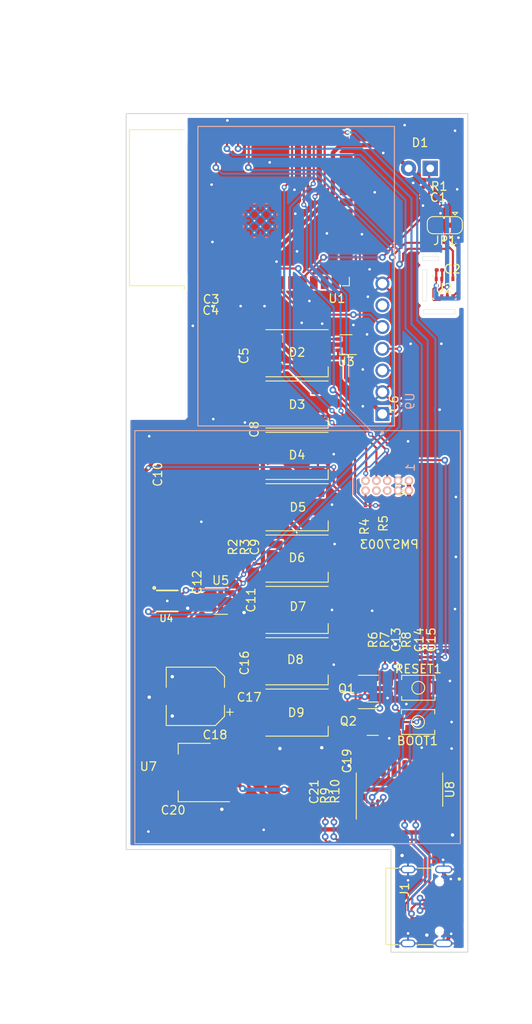
<source format=kicad_pcb>
(kicad_pcb (version 20221018) (generator pcbnew)
  (layers (0 "F.Cu" signal "Front") (31 "B.Cu" signal "Back") (34 "B.Paste" user) (35 "F.Paste" user) (36 "B.SilkS" user "B.Silkscreen") (37 "F.SilkS" user "F.Silkscreen") (38 "B.Mask" user) (39 "F.Mask" user) (44 "Edge.Cuts" user))
  (net 0 "")
  (net 1 "Net-(Q1-B)")
  (net 2 "Net-(Q1-E)")
  (net 3 "ESP_EN")
  (net 4 "Net-(Q2-B)")
  (net 5 "Net-(Q2-E)")
  (net 6 "ESP_IO0")
  (net 7 "GND")
  (net 8 "ESP_RX")
  (net 9 "ESP_TX")
  (net 10 "+3V3")
  (net 11 "/D+")
  (net 12 "/D-")
  (net 13 "VBUS")
  (net 14 "SCD30_RDY")
  (net 15 "SDA")
  (net 16 "SCL")
  (net 17 "+1V8")
  (net 18 "Net-(JP1-C)")
  (net 19 "PMS_SET")
  (net 20 "PMS_TX")
  (net 21 "PMS_RX")
  (net 22 "PMS_RESET")
  (net 23 "Net-(D2-DOUT)")
  (net 24 "WS_DIN")
  (net 25 "Net-(D3-DOUT)")
  (net 26 "Net-(D4-DOUT)")
  (net 27 "Net-(D5-DOUT)")
  (net 28 "Net-(D6-DOUT)")
  (net 29 "Net-(D7-DOUT)")
  (net 30 "Net-(D8-DOUT)")
  (net 32 "Iluminance")
  (net 33 "Net-(D2-DIN)")
  (net 34 "Net-(J1-CC1)")
  (net 36 "Net-(J1-CC2)")
  (footprint "Capacitor_SMD:C_0201_0603Metric" (layer "F.Cu") (at 101.7 109.18 90)
    (fp_text reference "C15")
    (fp_text value "100nF")
  )
  (footprint "Resistor_SMD:R_0201_0603Metric" (layer "F.Cu") (at 96.3 109.18 90)
    (fp_text reference "R7")
    (fp_text value "10K")
  )
  (footprint "Capacitor_SMD:C_0201_0603Metric" (layer "F.Cu") (at 74.26 68.8 180)
    (fp_text reference "C4")
    (fp_text value "22uF")
  )
  (footprint "Jumper:SolderJumper-3_P1.3mm_Bridged12_RoundedPad1.0x1.5mm" (layer "F.Cu") (at 103.3 59.0425 180)
    (fp_text reference "JP1")
    (fp_text value "SolderJumper_3_Bridged12")
  )
  (footprint "Resistor_SMD:R_0201_0603Metric" (layer "F.Cu") (at 94.9 109.18 -90)
    (fp_text reference "R6")
    (fp_text value "10K")
  )
  (footprint "LED_SMD:LED_WS2812B_PLCC4_5.0x5.0mm_P3.2mm" (layer "F.Cu") (at 86 92)
    (fp_text reference "D5")
    (fp_text value "WS2812B")
  )
  (footprint "Capacitor_SMD:C_0201_0603Metric" (layer "F.Cu") (at 97.5 109.2 90)
    (fp_text reference "C13")
    (fp_text value "100nF")
  )
  (footprint "Resistor_SMD:R_0201_0603Metric" (layer "F.Cu") (at 78.5 98.355 -90)
    (fp_text reference "R2")
    (fp_text value "10K")
  )
  (footprint "LED_SMD:LED_WS2812B_PLCC4_5.0x5.0mm_P3.2mm" (layer "F.Cu") (at 86 110)
    (fp_text reference "D8")
    (fp_text value "WS2812B")
  )
  (footprint "Capacitor_SMD:C_0201_0603Metric" (layer "F.Cu") (at 68.6 102.5 -90)
    (fp_text reference "C10")
    (fp_text value "100nF")
  )
  (footprint "Package_TO_SOT_SMD:SOT-353_SC-70-5" (layer "F.Cu") (at 91.75 73 180)
    (fp_text reference "U3")
    (fp_text value "SN74LV1T34DCK")
  )
  (footprint "LED_SMD:LED_WS2812B_PLCC4_5.0x5.0mm_P3.2mm" (layer "F.Cu") (at 86 98)
    (fp_text reference "D6")
    (fp_text value "WS2812B")
  )
  (footprint "Capacitor_SMD:C_0201_0603Metric" (layer "F.Cu") (at 80.9 110.2 90)
    (fp_text reference "C16")
    (fp_text value "22µF")
  )
  (footprint "Capacitor_SMD:C_0201_0603Metric" (layer "F.Cu") (at 81 98.3 90)
    (fp_text reference "C9")
    (fp_text value "22µF")
  )
  (footprint "Capacitor_SMD:C_0201_0603Metric" (layer "F.Cu") (at 101.1 55.7 180)
    (fp_text reference "C1")
    (fp_text value "100nF")
  )
  (footprint "LED_SMD:LED_WS2812B_PLCC4_5.0x5.0mm_P3.2mm" (layer "F.Cu") (at 86 104)
    (fp_text reference "D7")
    (fp_text value "WS2812B")
  )
  (footprint "Capacitor_SMD:C_0201_0603Metric" (layer "F.Cu") (at 97.9 92.1 90)
    (fp_text reference "C7")
    (fp_text value "22uF")
  )
  (footprint "Capacitor_SMD:C_0201_0603Metric" (layer "F.Cu") (at 79.5625 102.85 -90)
    (fp_text reference "C11")
    (fp_text value "1uF")
  )
  (footprint "Capacitor_SMD:C_0201_0603Metric" (layer "F.Cu") (at 98.4 79.9 90)
    (fp_text reference "C6")
    (fp_text value "22µF")
  )
  (footprint "Capacitor_SMD:C_0201_0603Metric" (layer "F.Cu") (at 81 85.2 -90)
    (fp_text reference "C8")
    (fp_text value "22µF")
  )
  (footprint "Package_TO_SOT_SMD:SOT-23-5" (layer "F.Cu") (at 77.0625 102.95)
    (fp_text reference "U5")
    (fp_text value "TLV70218_SOT23-5")
  )
  (footprint "Package_TO_SOT_SMD:SOT-23" (layer "F.Cu") (at 94.8625 113.2)
    (fp_text reference "Q1")
    (fp_text value "BC817")
  )
  (footprint "Resistor_SMD:R_0201_0603Metric" (layer "F.Cu") (at 101.1 54.6 180)
    (fp_text reference "R1")
    (fp_text value "10K")
  )
  (footprint "Resistor_SMD:R_0201_0603Metric" (layer "F.Cu") (at 98.8 109.2 90)
    (fp_text reference "R8")
    (fp_text value "10K")
  )
  (footprint "Resistor_SMD:R_0201_0603Metric" (layer "F.Cu") (at 79.7 98.355 -90)
    (fp_text reference "R3")
    (fp_text value "10K")
  )
  (footprint "Capacitor_SMD:C_0201_0603Metric" (layer "F.Cu") (at 74 103 180)
    (fp_text reference "C12")
    (fp_text value "1uF")
  )
  (footprint "Capacitor_SMD:C_0201_0603Metric" (layer "F.Cu") (at 74.245 118.6 180)
    (fp_text reference "C18")
    (fp_text value "22µF")
  )
  (footprint "LED_SMD:LED_WS2812B_PLCC4_5.0x5.0mm_P3.2mm" (layer "F.Cu") (at 86 80)
    (fp_text reference "D3")
    (fp_text value "WS2812B")
  )
  (footprint "Capacitor_SMD:C_0201_0603Metric" (layer "F.Cu") (at 74 127.3)
    (fp_text reference "C20")
    (fp_text value "22µF")
  )
  (footprint "Package_TO_SOT_SMD:SOT-23" (layer "F.Cu") (at 94.8625 117.1)
    (fp_text reference "Q2")
    (fp_text value "BC817")
  )
  (footprint "Capacitor_SMD:C_0201_0603Metric" (layer "F.Cu") (at 88 127.6 90)
    (fp_text reference "C21")
    (fp_text value "22uF")
  )
  (footprint "LED_SMD:LED_WS2812B_PLCC4_5.0x5.0mm_P3.2mm" (layer "F.Cu") (at 86 74)
    (fp_text reference "D2")
    (fp_text value "WS2812B")
  )
  (footprint "Capacitor_SMD:CP_Elec_6.3x5.4" (layer "F.Cu") (at 74.1 114.1 180)
    (fp_text reference "C17")
    (fp_text value "C_Polarized")
  )
  (footprint "symbols:GT-TC029B-H025-L1N" (layer "F.Cu") (at 100.2 113.1 180)
    (fp_text reference "RESET1")
    (fp_text value "SW_Push" hide)
  )
  (footprint "Capacitor_SMD:C_0201_0603Metric" (layer "F.Cu") (at 74.3 67.8 180)
    (fp_text reference "C3")
    (fp_text value "100nF")
  )
  (footprint "Capacitor_SMD:C_0201_0603Metric" (layer "F.Cu") (at 81 74.28 -90)
    (fp_text reference "C5")
    (fp_text value "22µF")
  )
  (footprint "Resistor_SMD:R_0201_0603Metric" (layer "F.Cu") (at 90.3 127.6 90)
    (fp_text reference "R10")
    (fp_text value "5K1")
  )
  (footprint "Package_SO:SOIC-16_3.9x9.9mm_P1.27mm" (layer "F.Cu") (at 98 125 90)
    (fp_text reference "U8")
    (fp_text value "CH340C")
  )
  (footprint "Resistor_SMD:R_0201_0603Metric" (layer "F.Cu") (at 94 92.1 90)
    (fp_text reference "R4")
    (fp_text value "10K")
  )
  (footprint "Resistor_SMD:R_0201_0603Metric" (layer "F.Cu") (at 89.3 127.6 90)
    (fp_text reference "R9")
    (fp_text value "5K1")
  )
  (footprint "LED_THT:LED_D5.0mm_Horizontal_O6.35mm_Z15.0mm" (layer "F.Cu") (at 101.6 52.4 180)
    (fp_text reference "D1")
    (fp_text value "ALS-PDIC243-3B")
  )
  (footprint "Capacitor_SMD:C_0201_0603Metric" (layer "F.Cu") (at 100.4 109.2 90)
    (fp_text reference "C14")
    (fp_text value "100nF")
  )
  (footprint "LED_SMD:LED_WS2812B_PLCC4_5.0x5.0mm_P3.2mm" (layer "F.Cu") (at 86 86)
    (fp_text reference "D4")
    (fp_text value "WS2812B")
  )
  (footprint "Package_TO_SOT_SMD:SOT-223-3_TabPin2" (layer "F.Cu") (at 74 123 180)
    (fp_text reference "U7")
    (fp_text value "AMS1117-3.3")
  )
  (footprint "Resistor_SMD:R_0201_0603Metric" (layer "F.Cu") (at 96.2 92.1 90)
    (fp_text reference "R5")
    (fp_text value "10K")
  )
  (footprint "LED_SMD:LED_WS2812B_PLCC4_5.0x5.0mm_P3.2mm" (layer "F.Cu") (at 86 116)
    (fp_text reference "D9")
    (fp_text value "WS2812B")
  )
  (footprint "RF_Module:ESP32-WROOM-32D" (layer "F.Cu") (at 82.245 57 90)
    (fp_text reference "U1")
    (fp_text value "ESP32-WROOM-32D")
  )
  (footprint "Package_LGA:Bosch_LGA-8_2.5x2.5mm_P0.65mm_ClockwisePinNumbering" (layer "F.Cu") (at 103.275 66.345)
    (fp_text reference "U2")
    (fp_text value "BME280")
  )
  (footprint "Capacitor_SMD:C_0201_0603Metric" (layer "F.Cu") (at 91.8 123.8 90)
    (fp_text reference "C19")
    (fp_text value "100nF")
  )
  (footprint "symbols:HRO_TYPE-C-31-M-12" (layer "F.Cu") (at 99 138.65 -90)
    (fp_text reference "J1")
    (fp_text value "TYPE-C-31-M-12")
  )
  (footprint "Capacitor_SMD:C_0201_0603Metric" (layer "F.Cu") (at 102.675 64.275 180)
    (fp_text reference "C2")
    (fp_text value "100nF")
  )
  (footprint "symbols:SGP30" (layer "F.Cu") (at 70.8125 102.95)
    (property "VALUE" "SGP30")
    (fp_text reference "U4")
    (fp_text value "SGP30")
  )
  (footprint "symbols:GT-TC029B-H025-L1N" (layer "F.Cu") (at 100.175 117.1 180)
    (fp_text reference "BOOT1")
    (fp_text value "SW_Push" hide)
  )
  (footprint "symbols:MODULE_SCD30" (layer "B.Cu") (at 85.9 65 90)
    (fp_text reference "U9")
    (fp_text value "SCD30")
  )
  (footprint "symbols:PMS7003" (layer "B.Cu") (at 86.065 107.18 90)
    (fp_text reference "U6")
    (fp_text value "PMS7003")
  )
  (gr_line (start 106 46) (end 66 46) (stroke (width 0.1)) (layer "Edge.Cuts"))
  (gr_line (start 101.2 64.2) (end 101.2 67.9) (stroke (width 0.0381)) (layer "Edge.Cuts"))
  (gr_line (start 102.6 62.7) (end 102.6 63.2) (stroke (width 0.0381)) (layer "Edge.Cuts"))
  (gr_line (start 100.7 67.9) (end 101.2 67.9) (stroke (width 0.0381)) (layer "Edge.Cuts"))
  (gr_line (start 100.7 64.2) (end 100.7 67.9) (stroke (width 0.0381)) (layer "Edge.Cuts"))
  (gr_line (start 104.5 68.9) (end 104.5 69.4) (stroke (width 0.0381)) (layer "Edge.Cuts"))
  (gr_line (start 97 144) (end 106 144) (stroke (width 0.1)) (layer "Edge.Cuts"))
  (gr_line (start 100.8 68.9) (end 100.8 69.4) (stroke (width 0.0381)) (layer "Edge.Cuts"))
  (gr_line (start 100.7 62.7) (end 100.7 63.2) (stroke (width 0.0381)) (layer "Edge.Cuts"))
  (gr_line (start 66 132) (end 97 132) (stroke (width 0.1)) (layer "Edge.Cuts"))
  (gr_line (start 104.5 69.4) (end 100.8 69.4) (stroke (width 0.0381)) (layer "Edge.Cuts"))
  (gr_line (start 106 144) (end 106 46) (stroke (width 0.1)) (layer "Edge.Cuts"))
  (gr_line (start 102.6 62.7) (end 100.7 62.7) (stroke (width 0.0381)) (layer "Edge.Cuts"))
  (gr_line (start 97 132) (end 97 144) (stroke (width 0.1)) (layer "Edge.Cuts"))
  (gr_line (start 100.7 63.2) (end 102.6 63.2) (stroke (width 0.0381)) (layer "Edge.Cuts"))
  (gr_line (start 100.8 68.9) (end 104.5 68.9) (stroke (width 0.0381)) (layer "Edge.Cuts"))
  (gr_line (start 66 46) (end 66 132) (stroke (width 0.1)) (layer "Edge.Cuts"))
  (gr_line (start 101.2 64.2) (end 100.7 64.2) (stroke (width 0.0381)) (layer "Edge.Cuts"))
  (segment (start 93.925 110.475) (end 93.925 112.25) (width 0.25) (layer "F.Cu") (net 1))
  (segment (start 94.9 109.5) (end 93.925 110.475) (width 0.25) (layer "F.Cu") (net 1))
  (segment (start 95.425 109.543959) (end 95.425 112.165749) (width 0.25) (layer "F.Cu") (net 2))
  (segment (start 91.9 117.434251) (end 91.9 114.1) (width 0.25) (layer "F.Cu") (net 2))
  (segment (start 96.095 121.629251) (end 91.9 117.434251) (width 0.25) (layer "F.Cu") (net 2))
  (segment (start 93.925 113.665749) (end 93.925 114.15) (width 0.25) (layer "F.Cu") (net 2))
  (segment (start 96.3 108.86) (end 96.108959 108.86) (width 0.25) (layer "F.Cu") (net 2))
  (segment (start 96.095 122.525) (end 96.095 121.629251) (width 0.25) (layer "F.Cu") (net 2))
  (segment (start 95.425 112.165749) (end 93.925 113.665749) (width 0.25) (layer "F.Cu") (net 2))
  (segment (start 96.108959 108.86) (end 95.425 109.543959) (width 0.25) (layer "F.Cu") (net 2))
  (via (at 93.925 114.15) (size 0.8) (drill 0.4) (layers "F.Cu" "B.Cu") (net 2))
  (via (at 91.9 114.1) (size 0.8) (drill 0.4) (layers "F.Cu" "B.Cu") (net 2))
  (segment (start 93.875 114.1) (end 91.9 114.1) (width 0.25) (layer "B.Cu") (net 2))
  (segment (start 93.925 114.15) (end 93.875 114.1) (width 0.25) (layer "B.Cu") (net 2))
  (segment (start 98.8 109.52) (end 98.8 112.275) (width 0.25) (layer "F.Cu") (net 3))
  (segment (start 98.5 86.5) (end 103.3 86.5) (width 0.25) (layer "F.Cu") (net 3))
  (segment (start 86.15 64.1) (end 77.185 64.1) (width 0.25) (layer "F.Cu") (net 3))
  (segment (start 77.185 64.1) (end 76.535 64.75) (width 0.25) (layer "F.Cu") (net 3))
  (segment (start 98.8 112.275) (end 97.975 113.1) (width 0.25) (layer "F.Cu") (net 3))
  (segment (start 76.535 64.75) (end 76.535 65.75) (width 0.25) (layer "F.Cu") (net 3))
  (segment (start 98.8 109.52) (end 101.68 109.52) (width 0.25) (layer "F.Cu") (net 3))
  (segment (start 90.2 78.3) (end 90.3 78.3) (width 0.25) (layer "F.Cu") (net 3))
  (segment (start 103.3 109.5) (end 101.7 109.5) (width 0.25) (layer "F.Cu") (net 3))
  (segment (start 95.8 113.2) (end 97.875 113.2) (width 0.25) (layer "F.Cu") (net 3))
  (segment (start 90.3 78.3) (end 98.5 86.5) (width 0.25) (layer "F.Cu") (net 3))
  (via (at 103.3 86.5) (size 0.8) (drill 0.4) (layers "F.Cu" "B.Cu") (net 3))
  (via (at 103.3 109.5) (size 0.6) (drill 0.3) (layers "F.Cu" "B.Cu") (net 3))
  (via (at 86.15 64.1) (size 0.8) (drill 0.4) (layers "F.Cu" "B.Cu") (net 3))
  (via (at 90.2 78.3) (size 0.8) (drill 0.4) (layers "F.Cu" "B.Cu") (net 3))
  (segment (start 103.4 109.4) (end 103.3 109.5) (width 0.25) (layer "B.Cu") (net 3))
  (segment (start 86.15 64.45) (end 90.3 68.6) (width 0.25) (layer "B.Cu") (net 3))
  (segment (start 86.15 64.1) (end 86.15 64.45) (width 0.25) (layer "B.Cu") (net 3))
  (segment (start 103.3 86.5) (end 103.4 86.6) (width 0.25) (layer "B.Cu") (net 3))
  (segment (start 103.4 86.6) (end 103.4 109.4) (width 0.25) (layer "B.Cu") (net 3))
  (segment (start 90.3 78.2) (end 90.2 78.3) (width 0.25) (layer "B.Cu") (net 3))
  (segment (start 90.3 68.6) (end 90.3 78.2) (width 0.25) (layer "B.Cu") (net 3))
  (segment (start 95.7 115.5) (end 94.575 115.5) (width 0.25) (layer "F.Cu") (net 4))
  (segment (start 94.575 115.5) (end 93.925 116.15) (width 0.25) (layer "F.Cu") (net 4))
  (segment (start 96.3 109.5) (end 96.3 110.6) (width 0.25) (layer "F.Cu") (net 4))
  (via (at 95.7 115.5) (size 0.8) (drill 0.4) (layers "F.Cu" "B.Cu") (net 4))
  (via (at 96.3 110.6) (size 0.8) (drill 0.4) (layers "F.Cu" "B.Cu") (net 4))
  (segment (start 95.7 111.2) (end 95.7 115.5) (width 0.25) (layer "B.Cu") (net 4))
  (segment (start 96.3 110.6) (end 95.7 111.2) (width 0.25) (layer "B.Cu") (net 4))
  (segment (start 92.8625 110.706459) (end 92.8625 116.9875) (width 0.25) (layer "F.Cu") (net 5))
  (segment (start 97.365 121.49) (end 97.365 122.525) (width 0.25) (layer "F.Cu") (net 5))
  (segment (start 92.8625 116.9875) (end 93.925 118.05) (width 0.25) (layer "F.Cu") (net 5))
  (segment (start 94.9 108.86) (end 94.708959 108.86) (width 0.25) (layer "F.Cu") (net 5))
  (segment (start 94.708959 108.86) (end 92.8625 110.706459) (width 0.25) (layer "F.Cu") (net 5))
  (segment (start 93.925 118.05) (end 97.365 121.49) (width 0.25) (layer "F.Cu") (net 5))
  (segment (start 97.95 117.1) (end 95.8 117.1) (width 0.25) (layer "F.Cu") (net 6))
  (segment (start 97.95 115.85) (end 97.95 117.1) (width 0.25) (layer "F.Cu") (net 6))
  (segment (start 97.5 109.52) (end 97.5 110.6) (width 0.25) (layer "F.Cu") (net 6))
  (segment (start 97.5 115.4) (end 97.95 115.85) (width 0.25) (layer "F.Cu") (net 6))
  (segment (start 100 117.1) (end 97.95 117.1) (width 0.25) (layer "F.Cu") (net 6))
  (segment (start 91.9 48.2) (end 90.555 48.2) (width 0.25) (layer "F.Cu") (net 6))
  (via (at 97.5 110.6) (size 0.8) (drill 0.4) (layers "F.Cu" "B.Cu") (net 6))
  (via (at 91.9 48.2) (size 0.6) (drill 0.3) (layers "F.Cu" "B.Cu") (net 6))
  (via (at 97.5 115.4) (size 0.8) (drill 0.4) (layers "F.Cu" "B.Cu") (net 6))
  (via (at 100 117.1) (size 0.6) (drill 0.3) (layers "F.Cu" "B.Cu") (net 6))
  (segment (start 102.2 80.319354) (end 102.2 72.3) (width 0.25) (layer "B.Cu") (net 6))
  (segment (start 97.5 110.6) (end 97.5 115.4) (width 0.25) (layer "B.Cu") (net 6))
  (segment (start 100.075 55.575) (end 92.7 48.2) (width 0.25) (layer "B.Cu") (net 6))
  (segment (start 100 117.1) (end 101.948 115.152) (width 0.25) (layer "B.Cu") (net 6))
  (segment (start 92.7 48.2) (end 91.9 48.2) (width 0.25) (layer "B.Cu") (net 6))
  (segment (start 102.2 80.880646) (end 102.148 80.828646) (width 0.25) (layer "B.Cu") (net 6))
  (segment (start 102.2 72.3) (end 100.075 70.175) (width 0.25) (layer "B.Cu") (net 6))
  (segment (start 101.948 108.631354) (end 102.2 108.379354) (width 0.25) (layer "B.Cu") (net 6))
  (segment (start 102.2 108.379354) (end 102.2 80.880646) (width 0.25) (layer "B.Cu") (net 6))
  (segment (start 102.148 80.828646) (end 102.148 80.371354) (width 0.25) (layer "B.Cu") (net 6))
  (segment (start 101.948 115.152) (end 101.948 108.631354) (width 0.25) (layer "B.Cu") (net 6))
  (segment (start 102.148 80.371354) (end 102.2 80.319354) (width 0.25) (layer "B.Cu") (net 6))
  (segment (start 100.075 70.175) (end 100.075 55.575) (width 0.25) (layer "B.Cu") (net 6))
  (segment (start 97.5 108.88) (end 97.5 108) (width 0.25) (layer "F.Cu") (net 7))
  (segment (start 73.68 103) (end 73.68 103.32) (width 0.25) (layer "F.Cu") (net 7))
  (segment (start 102.778 67.822) (end 102.95 67.65) (width 0.15) (layer "F.Cu") (net 7))
  (segment (start 104.9 59.3425) (end 104.6 59.0425) (width 0.5) (layer "F.Cu") (net 7))
  (segment (start 102.5 108.86) (end 101.7 108.86) (width 0.15) (layer "F.Cu") (net 7))
  (segment (start 68.6 102.82) (end 68.73 102.95) (width 0.2) (layer "F.Cu") (net 7))
  (segment (start 70.8125 102.95) (end 71.612505 103.750005) (width 0.25) (layer "F.Cu") (net 7))
  (segment (start 100.4 108.88) (end 101.68 108.88) (width 0.15) (layer "F.Cu") (net 7))
  (segment (start 97.9 91.58) (end 97.8 91.68) (width 0.2) (layer "F.Cu") (net 7))
  (segment (start 103.17 134.87) (end 103.75 135.45) (width 0.4) (layer "F.Cu") (net 7))
  (segment (start 102.3 64.32) (end 102.3 65.17) (width 0.25) (layer "F.Cu") (net 7))
  (segment (start 71.612505 103.750005) (end 71.962505 103.750005) (width 0.25) (layer "F.Cu") (net 7))
  (segment (start 103.75 142.395) (end 103.17 142.975) (width 0.4) (layer "F.Cu") (net 7))
  (segment (start 101.923 66.477) (end 101.923 67.748) (width 0.15) (layer "F.Cu") (net 7))
  (segment (start 102.95 67.65) (end 102.95 67.37) (width 0.15) (layer "F.Cu") (net 7))
  (segment (start 101.997 67.822) (end 102.778 67.822) (width 0.15) (layer "F.Cu") (net 7))
  (segment (start 103.17 134.325) (end 103.17 134.87) (width 0.4) (layer "F.Cu") (net 7))
  (segment (start 73.68 103.32) (end 73.2 103.8) (width 0.25) (layer "F.Cu") (net 7))
  (segment (start 103.75 141.85) (end 103.75 142.395) (width 0.4) (layer "F.Cu") (net 7))
  (segment (start 71.962505 103.750005) (end 73.150005 103.750005) (width 0.25) (layer "F.Cu") (net 7))
  (segment (start 102.3 65.32) (end 102.3 66.1) (width 0.15) (layer "F.Cu") (net 7))
  (segment (start 70.812495 102.950005) (end 69.662505 102.950005) (width 0.25) (layer "F.Cu") (net 7))
  (segment (start 73.995 65.75) (end 73.995 67.785) (width 0.2) (layer "F.Cu") (net 7))
  (segment (start 102.3 66.1) (end 101.923 66.477) (width 0.15) (layer "F.Cu") (net 7))
  (segment (start 101.415 142.215) (end 101.2 142) (width 0.25) (layer "F.Cu") (net 7))
  (segment (start 73.150005 103.750005) (end 73.2 103.8) (width 0.25) (layer "F.Cu") (net 7))
  (segment (start 101.923 67.748) (end 101.997 67.822) (width 0.15) (layer "F.Cu") (net 7))
  (segment (start 68.73 102.95) (end 69.6625 102.95) (width 0.25) (layer "F.Cu") (net 7))
  (via (at 90.1 91.7) (size 0.6) (drill 0.3) (layers "F.Cu" "B.Cu") (net 7))
  (via (at 83.6 63.3) (size 0.6) (drill 0.3) (layers "F.Cu" "B.Cu") (net 7))
  (via (at 90.4 96.3) (size 0.6) (drill 0.3) (layers "F.Cu" "B.Cu") (net 7))
  (via (at 90.3 110.4) (size 0.6) (drill 0.3) (layers "F.Cu" "B.Cu") (net 7))
  (via (at 98.6 47.35) (size 0.6) (drill 0.3) (layers "F.Cu" "B.Cu") (net 7))
  (via (at 92.1 122.2) (size 0.8) (drill 0.4) (layers "F.Cu" "B.Cu") (net 7))
  (via (at 85.8 57.7) (size 0.6) (drill 0.3) (layers "F.Cu" "B.Cu") (net 7))
  (via (at 99.3 72.9) (size 0.6) (drill 0.3) (layers "F.Cu" "B.Cu") (net 7))
  (via (at 94.2 71.8) (size 0.6) (drill 0.3) (layers "F.Cu" "B.Cu") (net 7))
  (via (at 93.6 60.1) (size 0.6) (drill 0.3) (layers "F.Cu" "B.Cu") (net 7))
  (via (at 102.5 108.86) (size 0.6) (drill 0.3) (layers "F.Cu" "B.Cu") (net 7))
  (via (at 98.8 115) (size 0.6) (drill 0.3) (layers "F.Cu" "B.Cu") (net 7))
  (via (at 103.1 133.2) (size 0.6) (drill 0.3) (layers "F.Cu" "B.Cu") (net 7))
  (via (at 73.2 103.8) (size 0.8) (drill 0.4) (layers "F.Cu" "B.Cu") (net 7))
  (via (at 90.1 104) (size 0.6) (drill 0.3) (layers "F.Cu" "B.Cu") (net 7))
  (via (at 100.6 120.1) (size 0.6) (drill 0.3) (layers "F.Cu" "B.Cu") (net 7))
  (via (at 76.1 68.5) (size 0.6) (drill 0.3) (layers "F.Cu" "B.Cu") (net 7))
  (via (at 85.7 54.9) (size 0.6) (drill 0.3) (layers "F.Cu" "B.Cu") (net 7))
  (via (at 94.5 64.2) (size 0.6) (drill 0.3) (layers "F.Cu" "B.Cu") (net 7))
  (via (at 99 141.8) (size 0.6) (drill 0.3) (layers "F.Cu" "B.Cu") (net 7))
  (via (at 68.7 114.2) (size 0.8) (drill 0.4) (layers "F.Cu" "B.Cu") (net 7))
  (via (at 104.6 97.8) (size 0.6) (drill 0.3) (layers "F.Cu" "B.Cu") (net 7))
  (via (at 104.2 130.3) (size 0.8) (drill 0.4) (layers "F.Cu" "B.Cu") (net 7))
  (via (at 70.8125 102.95) (size 0.6) (drill 0.3) (layers "F.Cu" "B.Cu") (net 7))
  (via (at 87.45 67.9) (size 0.6) (drill 0.3) (layers "F.Cu" "B.Cu") (net 7))
  (via (at 71.4 111.8) (size 0.8) (drill 0.4) (layers "F.Cu" "B.Cu") (net 7))
  (via (at 104 135.45) (size 0.6) (drill 0.3) (layers "F.Cu" "B.Cu") (net 7))
  (via (at 102.7 80.6) (size 0.6) (drill 0.3) (layers "F.Cu" "B.Cu") (net 7))
  (via (at 77.2 127.3) (size 0.8) (drill 0.4) (layers "F.Cu" "B.Cu") (net 7))
  (via (at 73.8 70.8) (size 0.6) (drill 0.3) (layers "F.Cu" "B.Cu") (net 7))
  (via (at 99.6 54.1) (size 0.6) (drill 0.3) (layers "F.Cu" "B.Cu") (net 7))
  (via (at 77.85 46.8) (size 0.6) (drill 0.3) (layers "F.Cu" "B.Cu") (net 7))
  (via (at 82.2 68.5) (size 0.6) (drill 0.3) (layers "F.Cu" "B.Cu") (net 7))
  (via (at 94.3 67.4) (size 0.6) (drill 0.3) (layers "F.Cu" "B.Cu") (net 7))
  (via (at 89.5 60) (size 0.6) (drill 0.3) (layers "F.Cu" "B.Cu") (net 7))
  (via (at 90.3 85.8) (size 0.6) (drill 0.3) (layers "F.Cu" "B.Cu") (net 7))
  (via (at 100.75 56.75) (size 0.6) (drill 0.3) (layers "F.Cu" "B.Cu") (net 7))
  (via (at 88.9 120.1) (size 0.8) (drill 0.4) (layers "F.Cu" "B.Cu") (net 7))
  (via (at 104.9 60.5) (size 0.6) (drill 0.3) (layers "F.Cu" "B.Cu") (net 7))
  (via (at 96.6 114.3) (size 0.6) (drill 0.3) (layers "F.Cu" "B.Cu") (net 7))
  (via (at 98.3 132.7) (size 0.8) (drill 0.4) (layers "F.Cu" "B.Cu") (net 7))
  (via (at 82.1 129.7) (size 0.6) (drill 0.3) (layers "F.Cu" "B.Cu") (net 7))
  (via (at 96.8 119) (size 0.6) (drill 0.3) (layers "F.Cu" "B.Cu") (net 7))
  (via (at 79.4 68.5) (size 0.6) (drill 0.3) (layers "F.Cu" "B.Cu") (net 7))
  (via (at 94.8 104.1) (size 0.6) (drill 0.3) (layers "F.Cu" "B.Cu") (net 7))
  (via (at 71.4 116.4) (size 0.8) (drill 0.4) (layers "F.Cu" "B.Cu") (net 7))
  (via (at 99 135.6) (size 0.6) (drill 0.3) (layers "F.Cu" "B.Cu") (net 7))
  (via (at 104.1 117.1) (size 0.6) (drill 0.3) (layers "F.Cu" "B.Cu") (net 7))
  (via (at 88.95 70.55) (size 0.6) (drill 0.3) (layers "F.Cu" "B.Cu") (net 7))
  (via (at 102.9 72.9) (size 0.6) (drill 0.3) (layers "F.Cu" "B.Cu") (net 7))
  (via (at 95.1 55.2) (size 0.6) (drill 0.3) (layers "F.Cu" "B.Cu") (net 7))
  (via (at 68.7 83.7) (size 0.6) (drill 0.3) (layers "F.Cu" "B.Cu") (net 7))
  (via (at 79.8 104.3) (size 0.8) (drill 0.4) (layers "F.Cu" "B.Cu") (net 7))
  (via (at 93.7 75.9) (size 0.6) (drill 0.3) (layers "F.Cu" "B.Cu") (net 7))
  (via (at 104.6 90.8) (size 0.6) (drill 0.3) (layers "F.Cu" "B.Cu") (net 7))
  (via (at 76 54.3) (size 0.6) (drill 0.3) (layers "F.Cu" "B.Cu") (net 7))
  (via (at 86.55 70.45) (size 0.6) (drill 0.3) (layers "F.Cu" "B.Cu") (net 7))
  (via (at 86 62.1) (size 0.6) (drill 0.3) (layers "F.Cu" "B.Cu") (net 7))
  (via (at 84 120.2) (size 0.8) (drill 0.4) (layers "F.Cu" "B.Cu") (net 7))
  (via (at 79.9 82.1) (size 0.6) (drill 0.3) (layers "F.Cu" "B.Cu") (net 7))
  (via (at 99 84.3) (size 0.6) (drill 0.3) (layers "F.Cu" "B.Cu") (net 7))
  (via (at 76.2 81.7) (size 0.6) (drill 0.3) (layers "F.Cu" "B.Cu") (net 7))
  (via (at 79.2 74.4) (size 0.6) (drill 0.3) (layers "F.Cu" "B.Cu") (net 7))
  (via (at 68.6 129.9) (size 0.6) (drill 0.3) (layers "F.Cu" "B.Cu") (net 7))
  (via (at 96.1 50.6) (size 0.6) (drill 0.3) (layers "F.Cu" "B.Cu") (net 7))
  (via (at 102.8 57.65) (size 0.6) (drill 0.3) (layers "F.Cu" "B.Cu") (net 7))
  (via (at 97.5 108) (size 0.8) (drill 0.4) (layers "F.Cu" "B.Cu") (net 7))
  (via (at 104.75 54.85) (size 0.6) (drill 0.3) (layers "F.Cu" "B.Cu") (net 7))
  (via (at 104.1 120.2) (size 0.6) (drill 0.3) (layers "F.Cu" "B.Cu") (net 7))
  (via (at 101.2 142) (size 0.8) (drill 0.4) (layers "F.Cu" "B.Cu") (net 7))
  (via (at 76.1 61) (size 0.6) (drill 0.3) (layers "F.Cu" "B.Cu") (net 7))
  (via (at 74.8 93.7) (size 0.6) (drill 0.3) (layers "F.Cu" "B.Cu") (net 7))
  (via (at 102.3 66.1) (size 0.6) (drill 0.3) (layers "F.Cu" "B.Cu") (net 7))
  (via (at 104.5 103.9) (size 0.6) (drill 0.3) (layers "F.Cu" "B.Cu") (net 7))
  (via (at 92.6 70.7) (size 0.6) (drill 0.3) (layers "F.Cu" "B.Cu") (net 7))
  (via (at 104.05 141.85) (size 0.6) (drill 0.3) (layers "F.Cu" "B.Cu") (net 7))
  (via (at 93.7 80.2) (size 0.6) (drill 0.3) (layers "F.Cu" "B.Cu") (net 7))
  (via (at 103.9 112.3) (size 0.6) (drill 0.3) (layers "F.Cu" "B.Cu") (net 7))
  (via (at 82.8 51.7) (size 0.6) (drill 0.3) (layers "F.Cu" "B.Cu") (net 7))
  (via (at 104.5 48) (size 0.6) (drill 0.3) (layers "F.Cu" "B.Cu") (net 7))
  (segment (start 104.9 60.5) (end 104.9 67.6) (width 0.5) (layer "B.Cu") (net 7))
  (segment (start 104.9 67.6) (end 102.3 67.6) (width 0.5) (layer "B.Cu") (net 7))
  (segment (start 102.3 67.6) (end 102.3 66.1) (width 0.5) (layer "B.Cu") (net 7))
  (segment (start 94.825 127.475) (end 94.825 125.925) (width 0.25) (layer "F.Cu") (net 8))
  (segment (start 94.825 125.925) (end 94.8 125.9) (width 0.25) (layer "F.Cu") (net 8))
  (segment (start 79.1 50.1) (end 79.1 48.275) (width 0.25) (layer "F.Cu") (net 8))
  (via (at 79.1 50.1) (size 0.8) (drill 0.4) (layers "F.Cu" "B.Cu") (net 8))
  (via (at 94.8 125.9) (size 0.8) (drill 0.4) (layers "F.Cu" "B.Cu") (net 8))
  (segment (start 94.8 125.9) (end 99.2 121.5) (width 0.25) (layer "B.Cu") (net 8))
  (segment (start 99.2 121.5) (end 99.2 117.119354) (width 0.25) (layer "B.Cu") (net 8))
  (segment (start 99.4 70.6) (end 99.4 55.9) (width 0.25) (layer "B.Cu") (net 8))
  (segment (start 93.6 50.1) (end 79.1 50.1) (width 0.25) (layer "B.Cu") (net 8))
  (segment (start 101.3 72.5) (end 99.4 70.6) (width 0.25) (layer "B.Cu") (net 8))
  (segment (start 101.3 115.019354) (end 101.3 72.5) (width 0.25) (layer "B.Cu") (net 8))
  (segment (start 99.4 55.9) (end 93.6 50.1) (width 0.25) (layer "B.Cu") (net 8))
  (segment (start 99.2 117.119354) (end 101.3 115.019354) (width 0.25) (layer "B.Cu") (net 8))
  (segment (start 77.8 50.1) (end 77.8 48.255) (width 0.25) (layer "F.Cu") (net 9))
  (segment (start 96.095 125.905) (end 96.1 125.9) (width 0.25) (layer "F.Cu") (net 9))
  (segment (start 96.095 127.475) (end 96.095 125.905) (width 0.25) (layer "F.Cu") (net 9))
  (via (at 96.1 125.9) (size 0.8) (drill 0.4) (layers "F.Cu" "B.Cu") (net 9))
  (via (at 77.8 50.1) (size 0.8) (drill 0.4) (layers "F.Cu" "B.Cu") (net 9))
  (segment (start 100.6 114.7) (end 98.4 116.9) (width 0.25) (layer "B.Cu") (net 9))
  (segment (start 98.7 71.1) (end 100.6 73) (width 0.25) (layer "B.Cu") (net 9))
  (segment (start 77.8 50.1) (end 78.525 50.825) (width 0.25) (layer "B.Cu") (net 9))
  (segment (start 94.499695 126.625) (end 95.375 126.625) (width 0.25) (layer "B.Cu") (net 9))
  (segment (start 100.6 73) (end 100.6 114.7) (width 0.25) (layer "B.Cu") (net 9))
  (segment (start 93.425 50.825) (end 98.7 56.1) (width 0.25) (layer "B.Cu") (net 9))
  (segment (start 94.075 126.200305) (end 94.499695 126.625) (width 0.25) (layer "B.Cu") (net 9))
  (segment (start 78.525 50.825) (end 93.425 50.825) (width 0.25) (layer "B.Cu") (net 9))
  (segment (start 98.7 56.1) (end 98.7 71.1) (width 0.25) (layer "B.Cu") (net 9))
  (segment (start 98.4 116.9) (end 98.4 121.274695) (width 0.25) (layer "B.Cu") (net 9))
  (segment (start 95.375 126.625) (end 96.1 125.9) (width 0.25) (layer "B.Cu") (net 9))
  (segment (start 94.075 125.599695) (end 94.075 126.200305) (width 0.25) (layer "B.Cu") (net 9))
  (segment (start 98.4 121.274695) (end 94.075 125.599695) (width 0.25) (layer "B.Cu") (net 9))
  (segment (start 67.6 88.4) (end 68.6 87.4) (width 0.5) (layer "F.Cu") (net 10))
  (segment (start 101.442803 125) (end 96.5 125) (width 0.15) (layer "F.Cu") (net 10))
  (segment (start 98.8 108.448643) (end 98.948643 108.3) (width 0.15) (layer "F.Cu") (net 10))
  (segment (start 67.6 98.1) (end 67.6 88.4) (width 0.5) (layer "F.Cu") (net 10))
  (segment (start 102.995 64.275) (end 102.995 65.275) (width 0.25) (layer "F.Cu") (net 10))
  (segment (start 67.7 123) (end 67.6 122.9) (width 0.5) (layer "F.Cu") (net 10))
  (segment (start 67.6 122.9) (end 67.6 105.5) (width 0.5) (layer "F.Cu") (net 10))
  (segment (start 67.665 98.035) (end 67.6 98.1) (width 0.2) (layer "F.Cu") (net 10))
  (segment (start 94 92.42) (end 93.22 92.42) (width 0.25) (layer "F.Cu") (net 10))
  (segment (start 98.8 108.88) (end 98.8 108.448643) (width 0.15) (layer "F.Cu") (net 10))
  (segment (start 99.06 52.4) (end 96.36 49.7) (width 0.5) (layer "F.Cu") (net 10))
  (segment (start 75.925 102) (end 75.2 102) (width 0.25) (layer "F.Cu") (net 10))
  (segment (start 91.8 125) (end 96.5 125) (width 0.5) (layer "F.Cu") (net 10))
  (segment (start 96.5 125) (end 97.365 125.865) (width 0.5) (layer "F.Cu") (net 10))
  (segment (start 75.2 102) (end 74.5 102.7) (width 0.25) (layer "F.Cu") (net 10))
  (segment (start 102.905 66.295) (end 102.95 66.295) (width 0.25) (layer "F.Cu") (net 10))
  (segment (start 70.85 123) (end 67.7 123) (width 0.5) (layer "F.Cu") (net 10))
  (segment (start 96.2 92.42) (end 94 92.42) (width 0.2) (layer "F.Cu") (net 10))
  (segment (start 74.66 68.8) (end 74.66 67.472183) (width 0.5) (layer "F.Cu") (net 10))
  (segment (start 104.7 109.1) (end 104.7 121.742803) (width 0.15) (layer "F.Cu") (net 10))
  (segment (start 90.2 55.4) (end 82.8 62.8) (width 0.5) (layer "F.Cu") (net 10))
  (segment (start 67.6 105.5) (end 67.6 98.1) (width 0.5) (layer "F.Cu") (net 10))
  (segment (start 103.6 66.3) (end 103.6 67.37) (width 0.25) (layer "F.Cu") (net 10))
  (segment (start 84.5 125) (end 91.8 125) (width 0.5) (layer "F.Cu") (net 10))
  (segment (start 102.95 66.295) (end 103.575 66.275) (width 0.25) (layer "F.Cu") (net 10))
  (segment (start 72.9 105.5) (end 67.6 105.5) (width 0.25) (layer "F.Cu") (net 10))
  (segment (start 90.2 50.578) (end 90.2 55.4) (width 0.5) (layer "F.Cu") (net 10))
  (segment (start 74.5 103.9) (end 75.925 103.9) (width 0.25) (layer "F.Cu") (net 10))
  (segment (start 90.3 89.5) (end 90.3 87.3) (width 0.25) (layer "F.Cu") (net 10))
  (segment (start 82.8 62.8) (end 77.531 62.8) (width 0.5) (layer "F.Cu") (net 10))
  (segment (start 77.75 123) (end 79.625 124.875) (width 0.5) (layer "F.Cu") (net 10))
  (segment (start 79.7 98.035) (end 78.6 98.035) (width 0.2) (layer "F.Cu") (net 10))
  (segment (start 104.7 121.742803) (end 101.442803 125) (width 0.15) (layer "F.Cu") (net 10))
  (segment (start 98.948643 108.3) (end 103.9 108.3) (width 0.15) (layer "F.Cu") (net 10))
  (segment (start 74.5 102.7) (end 74.5 103.9) (width 0.25) (layer "F.Cu") (net 10))
  (segment (start 103.595 66.295) (end 103.6 66.3) (width 0.25) (layer "F.Cu") (net 10))
  (segment (start 68.6 87.4) (end 74.66 81.34) (width 0.5) (layer "F.Cu") (net 10))
  (segment (start 75.265 66.867183) (end 75.265 65.75) (width 0.5) (layer "F.Cu") (net 10))
  (segment (start 93.555 122.525) (end 93.555 124.945) (width 0.5) (layer "F.Cu") (net 10))
  (segment (start 74.5 103.9) (end 72.9 105.5) (width 0.25) (layer "F.Cu") (net 10))
  (segment (start 78.6 98.035) (end 67.665 98.035) (width 0.25) (layer "F.Cu") (net 10))
  (segment (start 93.22 92.42) (end 90.3 89.5) (width 0.25) (layer "F.Cu") (net 10))
  (segment (start 102.95 65.32) (end 102.95 66.295) (width 0.25) (layer "F.Cu") (net 10))
  (segment (start 75.265 65.066) (end 75.265 65.45) (width 0.5) (layer "F.Cu") (net 10))
  (segment (start 103.575 66.275) (end 103.595 66.295) (width 0.25) (layer "F.Cu") (net 10))
  (segment (start 102 57.6) (end 103.13 56.47) (width 0.25) (layer "F.Cu") (net 10))
  (segment (start 74.66 81.34) (end 74.66 68.8) (width 0.5) (layer "F.Cu") (net 10))
  (segment (start 91.078 49.7) (end 90.2 50.578) (width 0.5) (layer "F.Cu") (net 10))
  (segment (start 74.66 67.472183) (end 75.265 66.867183) (width 0.5) (layer "F.Cu") (net 10))
  (segment (start 77.531 62.8) (end 75.265 65.066) (width 0.5) (layer "F.Cu") (net 10))
  (segment (start 96.36 49.7) (end 91.078 49.7) (width 0.5) (layer "F.Cu") (net 10))
  (segment (start 103.9 108.3) (end 104.7 109.1) (width 0.15) (layer "F.Cu") (net 10))
  (segment (start 102.3 67.37) (end 102.3 66.9) (width 0.25) (layer "F.Cu") (net 10))
  (segment (start 97.365 125.865) (end 97.365 127.475) (width 0.5) (layer "F.Cu") (net 10))
  (segment (start 91.8 125) (end 91.8 124.12) (width 0.25) (layer "F.Cu") (net 10))
  (segment (start 102 59.0425) (end 102 57.6) (width 0.25) (layer "F.Cu") (net 10))
  (segment (start 102.3 66.9) (end 102.905 66.295) (width 0.25) (layer "F.Cu") (net 10))
  (via (at 68.6 87.4) (size 0.6) (drill 0.3) (layers "F.Cu" "B.Cu") (net 10))
  (via (at 103.13 56.47) (size 0.6) (drill 0.3) (layers "F.Cu" "B.Cu") (net 10))
  (via (at 79.625 124.875) (size 0.8) (drill 0.4) (layers "F.Cu" "B.Cu") (net 10))
  (via (at 103.575 66.275) (size 0.6) (drill 0.3) (layers "F.Cu" "B.Cu") (net 10))
  (via (at 84.5 125) (size 0.8) (drill 0.4) (layers "F.Cu" "B.Cu") (net 10))
  (via (at 90.3 87.3) (size 0.6) (drill 0.3) (layers "F.Cu" "B.Cu") (net 10))
  (segment (start 103.13 56.47) (end 99.06 52.4) (width 0.5) (layer "B.Cu") (net 10))
  (segment (start 68.7 87.3) (end 68.6 87.4) (width 0.25) (layer "B.Cu") (net 10))
  (segment (start 90.3 87.3) (end 68.7 87.3) (width 0.25) (layer "B.Cu") (net 10))
  (segment (start 103.575 66.275) (end 103.575 56.915) (width 0.5) (layer "B.Cu") (net 10))
  (segment (start 79.75 125) (end 79.625 124.875) (width 0.5) (layer "B.Cu") (net 10))
  (segment (start 103.575 56.915) (end 103.13 56.47) (width 0.5) (layer "B.Cu") (net 10))
  (segment (start 84.5 125) (end 79.75 125) (width 0.5) (layer "B.Cu") (net 10))
  (segment (start 98.635 129.165) (end 98.6 129.2) (width 0.25) (layer "F.Cu") (net 11))
  (segment (start 98.6 129.2) (end 98.6 129.1505) (width 0.25) (layer "F.Cu") (net 11))
  (segment (start 99.4 140.025) (end 100.700305 140.025) (width 0.25) (layer "F.Cu") (net 11))
  (segment (start 99.4 138.9) (end 99.4 140.025) (width 0.25) (layer "F.Cu") (net 11))
  (segment (start 98.635 127.475) (end 98.635 129.165) (width 0.25) (layer "F.Cu") (net 11))
  (segment (start 99.9 138.4) (end 99.4 138.9) (width 0.25) (layer "F.Cu") (net 11))
  (segment (start 101.125 139.575) (end 101.3 139.4) (width 0.25) (layer "F.Cu") (net 11))
  (segment (start 101.125 139.600305) (end 101.125 139.575) (width 0.25) (layer "F.Cu") (net 11))
  (segment (start 103.75 138.4) (end 99.9 138.4) (width 0.25) (layer "F.Cu") (net 11))
  (segment (start 101.3 139.4) (end 103.75 139.4) (width 0.25) (layer "F.Cu") (net 11))
  (segment (start 100.700305 140.025) (end 101.125 139.600305) (width 0.25) (layer "F.Cu") (net 11))
  (via (at 98.6 129.1505) (size 0.8) (drill 0.4) (layers "F.Cu" "B.Cu") (net 11))
  (via (at 99.4 139.5) (size 0.8) (drill 0.4) (layers "F.Cu" "B.Cu") (net 11))
  (segment (start 99.45 130.35) (end 98.6 129.5) (width 0.25) (layer "B.Cu") (net 11))
  (segment (start 101.15 135.213604) (end 101.15 132.986396) (width 0.25) (layer "B.Cu") (net 11))
  (segment (start 99.4 139.5) (end 99 139.1) (width 0.25) (layer "B.Cu") (net 11))
  (segment (start 98.6 129.5) (end 98.6 129.1505) (width 0.25) (layer "B.Cu") (net 11))
  (segment (start 99 137.363604) (end 101.15 135.213604) (width 0.25) (layer "B.Cu") (net 11))
  (segment (start 99.45 131.286396) (end 99.45 130.35) (width 0.25) (layer "B.Cu") (net 11))
  (segment (start 99 139.1) (end 99 137.363604) (width 0.25) (layer "B.Cu") (net 11))
  (segment (start 101.15 132.986396) (end 99.45 131.286396) (width 0.25) (layer "B.Cu") (net 11))
  (segment (start 100.4 137.6755) (end 100.6245 137.9) (width 0.25) (layer "F.Cu") (net 12))
  (segment (start 99.905 129.1455) (end 99.9 129.1505) (width 0.25) (layer "F.Cu") (net 12))
  (segment (start 100.4 139.1245) (end 100.6245 138.9) (width 0.25) (layer "F.Cu") (net 12))
  (segment (start 100.6245 137.9) (end 103.75 137.9) (width 0.25) (layer "F.Cu") (net 12))
  (segment (start 99.905 127.475) (end 99.905 129.1455) (width 0.25) (layer "F.Cu") (net 12))
  (segment (start 100.6245 138.9) (end 103.75 138.9) (width 0.25) (layer "F.Cu") (net 12))
  (via (at 99.9 129.1505) (size 0.8) (drill 0.4) (layers "F.Cu" "B.Cu") (net 12))
  (via (at 100.4 139.1245) (size 0.8) (drill 0.4) (layers "F.Cu" "B.Cu") (net 12))
  (via (at 100.4 137.6755) (size 0.8) (drill 0.4) (layers "F.Cu" "B.Cu") (net 12))
  (segment (start 100.4 138.3) (end 100.4 139.1245) (width 0.25) (layer "B.Cu") (net 12))
  (segment (start 99.5 138.323223) (end 100.376777 138.323223) (width 0.25) (layer "B.Cu") (net 12))
  (segment (start 101.9 133.1) (end 102.05 133.1) (width 0.25) (layer "B.Cu") (net 12))
  (segment (start 101.6 134) (end 101.6 135.4) (width 0.25) (layer "B.Cu") (net 12))
  (segment (start 102.05 133.7) (end 101.9 133.7) (width 0.25) (layer "B.Cu") (net 12))
  (segment (start 99.5 137.5) (end 99.5 138.323223) (width 0.25) (layer "B.Cu") (net 12))
  (segment (start 101.6 135.4) (end 99.5 137.5) (width 0.25) (layer "B.Cu") (net 12))
  (segment (start 100.376777 138.323223) (end 100.4 138.3) (width 0.25) (layer "B.Cu") (net 12))
  (segment (start 100.4 137.6755) (end 100.4 138.3) (width 0.25) (layer "B.Cu") (net 12))
  (segment (start 99.9 131.1) (end 101.6 132.8) (width 0.25) (layer "B.Cu") (net 12))
  (segment (start 99.9 129.1505) (end 99.9 131.1) (width 0.25) (layer "B.Cu") (net 12))
  (arc (start 101.6 132.8) (mid 101.687868 133.012132) (end 101.9 133.1) (width 0.25) (layer "B.Cu") (net 12))
  (arc (start 101.9 133.7) (mid 101.687868 133.787868) (end 101.6 134) (width 0.25) (layer "B.Cu") (net 12))
  (arc (start 102.35 133.4) (mid 102.262132 133.612132) (end 102.05 133.7) (width 0.25) (layer "B.Cu") (net 12))
  (arc (start 102.05 133.1) (mid 102.262132 133.187868) (end 102.35 133.4) (width 0.25) (layer "B.Cu") (net 12))
  (segment (start 81 73.96) (end 81.94 73.96) (width 0.25) (layer "F.Cu") (net 13))
  (segment (start 83.55 114.35) (end 82.1 114.35) (width 0.5) (layer "F.Cu") (net 13))
  (segment (start 86.250408 129.650408) (end 79.8 123.2) (width 0.5) (layer "F.Cu") (net 13))
  (segment (start 82 114.25) (end 82 108.25) (width 0.5) (layer "F.Cu") (net 13))
  (segment (start 85.3 98.1) (end 96.9 98.1) (width 0.5) (layer "F.Cu") (net 13))
  (segment (start 105.2 136.25) (end 105.25 136.3) (width 0.5) (layer "F.Cu") (net 13))
  (segment (start 81.94 73.96) (end 82 73.9) (width 0.5) (layer "F.Cu") (net 13))
  (segment (start 90.8 73.65) (end 90.8 74.45) (width 0.25) (layer "F.Cu") (net 13))
  (segment (start 82.15 78.35) (end 82 78.5) (width 0.5) (layer "F.Cu") (net 13))
  (segment (start 83.55 102.35) (end 82.1 102.35) (width 0.5) (layer "F.Cu") (net 13))
  (segment (start 101.0005 130.0005) (end 98.247918 130.0005) (width 0.5) (layer "F.Cu") (net 13))
  (segment (start 85.7 74.5) (end 90.75 74.5) (width 0.5) (layer "F.Cu") (net 13))
  (segment (start 83.55 90.35) (end 82.1 90.35) (width 0.5) (layer "F.Cu") (net 13))
  (segment (start 81.92 84.88) (end 82 84.8) (width 0.5) (layer "F.Cu") (net 13))
  (segment (start 82.15 96.35) (end 82 96.5) (width 0.5) (layer "F.Cu") (net 13))
  (segment (start 105.25 136.3) (end 105.25 134.25) (width 0.5) (layer "F.Cu") (net 13))
  (segment (start 96.9 98.1) (end 99.105 95.895) (width 0.5) (layer "F.Cu") (net 13))
  (segment (start 91.76 74.5) (end 91.76 76.86) (width 0.5) (layer "F.Cu") (net 13))
  (segment (start 97.88 92.4) (end 99.105 92.4) (width 0.25) (layer "F.Cu") (net 13))
  (segment (start 90.8 74.45) (end 90.85 74.5) (width 0.5) (layer "F.Cu") (net 13))
  (segment (start 82.15 84.35) (end 82 84.5) (width 0.5) (layer "F.Cu") (net 13))
  (segment (start 81.98 98.62) (end 82 98.6) (width 0.5) (layer "F.Cu") (net 13))
  (segment (start 97.847418 129.6) (end 90.726142 129.6) (width 0.5) (layer "F.Cu") (net 13))
  (segment (start 83.55 72.35) (end 85.7 74.5) (width 0.5) (layer "F.Cu") (net 13))
  (segment (start 81 98.62) (end 81.98 98.62) (width 0.25) (layer "F.Cu") (net 13))
  (segment (start 82 98.6) (end 82 96.5) (width 0.5) (layer "F.Cu") (net 13))
  (segment (start 82 90.25) (end 82 84.8) (width 0.5) (layer "F.Cu") (net 13))
  (segment (start 82 72.35) (end 83.55 72.35) (width 0.5) (layer "F.Cu") (net 13))
  (segment (start 105.25 140.52) (end 104.72 141.05) (width 0.5) (layer "F.Cu") (net 13))
  (segment (start 90.675734 129.650408) (end 88 129.650408) (width 0.5) (layer "F.Cu") (net 13))
  (segment (start 97.52 81.1) (end 96 81.1) (width 0.25) (layer "F.Cu") (net 13))
  (segment (start 98.247918 130.0005) (end 97.847418 129.6) (width 0.5) (layer "F.Cu") (net 13))
  (segment (start 82 73.9) (end 82 72.35) (width 0.5) (layer "F.Cu") (net 13))
  (segment (start 79.8 123.2) (end 77.3 120.7) (width 0.5) (layer "F.Cu") (net 13))
  (segment (start 82 108.25) (end 82 102.25) (width 0.5) (layer "F.Cu") (net 13))
  (segment (start 82 102.25) (end 82 98.6) (width 0.5) (layer "F.Cu") (net 13))
  (segment (start 104.72 141.05) (end 104.05 141.05) (width 0.5) (layer "F.Cu") (net 13))
  (segment (start 99.105 95.895) (end 99.105 92.4) (width 0.5) (layer "F.Cu") (net 13))
  (segment (start 83.55 108.35) (end 82.1 108.35) (width 0.5) (layer "F.Cu") (net 13))
  (segment (start 88 129.650408) (end 86.250408 129.650408) (width 0.5) (layer "F.Cu") (net 13))
  (segment (start 91.76 76.86) (end 96 81.1) (width 0.5) (layer "F.Cu") (net 13))
  (segment (start 105.25 136.3) (end 105.25 140.52) (width 0.5) (layer "F.Cu") (net 13))
  (segment (start 82 84.8) (end 82 84.5) (width 0.5) (layer "F.Cu") (net 13))
  (segment (start 99.105 92.4) (end 99.105 90.06) (width 0.5) (layer "F.Cu") (net 13))
  (segment (start 90.75 74.5) (end 90.8 74.45) (width 0.5) (layer "F.Cu") (net 13))
  (segment (start 82.1 108.35) (end 82 108.25) (width 0.5) (layer "F.Cu") (net 13))
  (segment (start 83.55 84.35) (end 82.15 84.35) (width 0.5) (layer "F.Cu") (net 13))
  (segment (start 90.85 74.5) (end 91.76 74.5) (width 0.5) (layer "F.Cu") (net 13))
  (segment (start 82.1 114.35) (end 82 114.25) (width 0.5) (layer "F.Cu") (net 13))
  (segment (start 82 96.5) (end 82 90.25) (width 0.5) (layer "F.Cu") (net 13))
  (segment (start 82 110.94) (end 82 114.25) (width 0.5) (layer "F.Cu") (net 13))
  (segment (start 98.4 80.22) (end 97.52 81.1) (width 0.25) (layer "F.Cu") (net 13))
  (segment (start 83.55 78.35) (end 82.15 78.35) (width 0.5) (layer "F.Cu") (net 13))
  (segment (start 83.55 96.35) (end 85.3 98.1) (width 0.5) (layer "F.Cu") (net 13))
  (segment (start 88 127.92) (end 88 129.650408) (width 0.25) (layer "F.Cu") (net 13))
  (segment (start 82 78.5) (end 82 73.9) (width 0.5) (layer "F.Cu") (net 13))
  (segment (start 105.25 134.25) (end 101.0005 130.0005) (width 0.5) (layer "F.Cu") (net 13))
  (segment (start 81 84.88) (end 81.92 84.88) (width 0.5) (layer "F.Cu") (net 13))
  (segment (start 82.1 90.35) (end 82 90.25) (width 0.5) (layer "F.Cu") (net 13))
  (segment (start 82.1 102.35) (end 82 102.25) (width 0.5) (layer "F.Cu") (net 13))
  (segment (start 104.05 136.25) (end 105.2 136.25) (width 0.5) (layer "F.Cu") (net 13))
  (segment (start 82 84.5) (end 82 78.5) (width 0.5) (layer "F.Cu") (net 13))
  (segment (start 99.105 90.06) (end 99.105 88.9) (width 0.5) (layer "F.Cu") (net 13))
  (segment (start 90.726142 129.6) (end 90.675734 129.650408) (width 0.5) (layer "F.Cu") (net 13))
  (segment (start 83.55 96.35) (end 82.15 96.35) (width 0.5) (layer "F.Cu") (net 13))
  (segment (start 84.155 66.75) (end 86.905 69.5) (width 0.25) (layer "F.Cu") (net 14))
  (segment (start 86.905 69.5) (end 92.6 69.5) (width 0.25) (layer "F.Cu") (net 14))
  (segment (start 84.155 65.75) (end 84.155 66.75) (width 0.25) (layer "F.Cu") (net 14))
  (via (at 92.6 69.5) (size 0.8) (drill 0.4) (layers "F.Cu" "B.Cu") (net 14))
  (segment (start 94.56 69.5) (end 96 70.94) (width 0.25) (layer "B.Cu") (net 14))
  (segment (start 92.6 69.5) (end 94.56 69.5) (width 0.25) (layer "B.Cu") (net 14))
  (segment (start 96 73.48) (end 97.98 73.48) (width 0.25) (layer "F.Cu") (net 15))
  (segment (start 103.6 65.32) (end 103.6 62.1) (width 0.25) (layer "F.Cu") (net 15))
  (segment (start 69.21251 104.2) (end 69.662505 103.750005) (width 0.25) (layer "F.Cu") (net 15))
  (segment (start 80.345 52.255) (end 80.345 48.25) (width 0.25) (layer "F.Cu") (net 15))
  (segment (start 98.423 62.377) (end 98.423 63.177) (width 0.25) (layer "F.Cu") (net 15))
  (segment (start 103.3 61.8) (end 99 61.8) (width 0.25) (layer "F.Cu") (net 15))
  (segment (start 78.5 98.775) (end 78.5 99.7) (width 0.25) (layer "F.Cu") (net 15))
  (segment (start 80.3 52.3) (end 80.345 52.255) (width 0.25) (layer "F.Cu") (net 15))
  (segment (start 97.98 73.48) (end 98 73.5) (width 0.2) (layer "F.Cu") (net 15))
  (segment (start 68.6 104.2) (end 69.21251 104.2) (width 0.25) (layer "F.Cu") (net 15))
  (segment (start 98.423 63.177) (end 98 63.6) (width 0.25) (layer "F.Cu") (net 15))
  (segment (start 99 61.8) (end 98.423 62.377) (width 0.25) (layer "F.Cu") (net 15))
  (segment (start 103.6 62.1) (end 103.3 61.8) (width 0.25) (layer "F.Cu") (net 15))
  (segment (start 78.5 99.7) (end 79.7 100.9) (width 0.25) (layer "F.Cu") (net 15))
  (via (at 98 73.5) (size 0.6) (drill 0.3) (layers "F.Cu" "B.Cu") (net 15))
  (via (at 68.6 104.2) (size 0.8) (drill 0.4) (layers "F.Cu" "B.Cu") (net 15))
  (via (at 98 63.6) (size 0.8) (drill 0.4) (layers "F.Cu" "B.Cu") (net 15))
  (via (at 80.3 52.3) (size 0.8) (drill 0.4) (layers "F.Cu" "B.Cu") (net 15))
  (via (at 79.7 100.9) (size 0.6) (drill 0.3) (layers "F.Cu" "B.Cu") (net 15))
  (segment (start 98 73.5) (end 98 82.6) (width 0.25) (layer "B.Cu") (net 15))
  (segment (start 98 62.1) (end 98 63.6) (width 0.25) (layer "B.Cu") (net 15))
  (segment (start 76.075 104.525) (end 68.925 104.525) (width 0.25) (layer "B.Cu") (net 15))
  (segment (start 79.7 100.9) (end 76.075 104.525) (width 0.25) (layer "B.Cu") (net 15))
  (segment (start 68.925 104.525) (end 68.6 104.2) (width 0.25) (layer "B.Cu") (net 15))
  (segment (start 80.3 52.3) (end 80.6 52.6) (width 0.25) (layer "B.Cu") (net 15))
  (segment (start 88.5 52.6) (end 98 62.1) (width 0.25) (layer "B.Cu") (net 15))
  (segment (start 98 82.6) (end 79.7 100.9) (width 0.25) (layer "B.Cu") (net 15))
  (segment (start 98 63.6) (end 98 73.5) (width 0.25) (layer "B.Cu") (net 15))
  (segment (start 80.6 52.6) (end 88.5 52.6) (width 0.25) (layer "B.Cu") (net 15))
  (segment (start 76.535 48.25) (end 76.535 52.265) (width 0.25) (layer "F.Cu") (net 16))
  (segment (start 97.15 62.65) (end 98.7 61.1) (width 0.25) (layer "F.Cu") (net 16))
  (segment (start 71.962505 102.150005) (end 72.549995 102.150005) (width 0.25) (layer "F.Cu") (net 16))
  (segment (start 97.15 62.8) (end 97.15 62.65) (width 0.25) (layer "F.Cu") (net 16))
  (segment (start 79.7 98.675) (end 79.7 99.8) (width 0.25) (layer "F.Cu") (net 16))
  (segment (start 104.25 62.05) (end 104.25 65.32) (width 0.25) (layer "F.Cu") (net 16))
  (segment (start 103.3 61.1) (end 104.25 62.05) (width 0.25) (layer "F.Cu") (net 16))
  (segment (start 98.7 61.1) (end 103.3 61.1) (width 0.25) (layer "F.Cu") (net 16))
  (segment (start 76.535 52.265) (end 76.5 52.3) (width 0.25) (layer "F.Cu") (net 16))
  (segment (start 79.7 99.8) (end 79.75 99.85) (width 0.2) (layer "F.Cu") (net 16))
  (segment (start 72.549995 102.150005) (end 73 101.7) (width 0.25) (layer "F.Cu") (net 16))
  (via (at 76.5 52.3) (size 0.8) (drill 0.4) (layers "F.Cu" "B.Cu") (net 16))
  (via (at 79.75 99.85) (size 0.6) (drill 0.3) (layers "F.Cu" "B.Cu") (net 16))
  (via (at 97.15 62.8) (size 0.8) (drill 0.4) (layers "F.Cu" "B.Cu") (net 16))
  (via (at 73 101.7) (size 0.8) (drill 0.4) (layers "F.Cu" "B.Cu") (net 16))
  (segment (start 79.75 99.85) (end 77.9 101.7) (width 0.25) (layer "B.Cu") (net 16))
  (segment (start 97.15 76) (end 97.2 76.05) (width 0.25) (layer "B.Cu") (net 16))
  (segment (start 97.2 82.4) (end 79.75 99.85) (width 0.25) (layer "B.Cu") (net 16))
  (segment (start 96 76.02) (end 97.13 76.02) (width 0.25) (layer "B.Cu") (net 16))
  (segment (start 97.2 76.05) (end 97.2 82.4) (width 0.25) (layer "B.Cu") (net 16))
  (segment (start 97.15 61.959695) (end 97.15 62.8) (width 0.25) (layer "B.Cu") (net 16))
  (segment (start 97.15 76) (end 97.2 75.95) (width 0.25) (layer "B.Cu") (net 16))
  (segment (start 76.5 52.3) (end 77.225 53.025) (width 0.25) (layer "B.Cu") (net 16))
  (segment (start 88.215305 53.025) (end 97.15 61.959695) (width 0.25) (layer "B.Cu") (net 16))
  (segment (start 77.225 53.025) (end 88.215305 53.025) (width 0.25) (layer "B.Cu") (net 16))
  (segment (start 77.9 101.7) (end 73 101.7) (width 0.25) (layer "B.Cu") (net 16))
  (segment (start 97.2 62.85) (end 97.15 62.8) (width 0.25) (layer "B.Cu") (net 16))
  (segment (start 97.2 75.95) (end 97.2 62.85) (width 0.25) (layer "B.Cu") (net 16))
  (segment (start 97.13 76.02) (end 97.15 76) (width 0.25) (layer "B.Cu") (net 16))
  (segment (start 73.8875 101.375) (end 73.3125 100.8) (width 0.25) (layer "F.Cu") (net 17))
  (segment (start 77.575 101.375) (end 73.8875 101.375) (width 0.25) (layer "F.Cu") (net 17))
  (segment (start 78.73 102.53) (end 78.2 102) (width 0.25) (layer "F.Cu") (net 17))
  (segment (start 74.088604 102.475) (end 73.373959 102.475) (width 0.25) (layer "F.Cu") (net 17))
  (segment (start 78.2 102) (end 77.575 101.375) (width 0.25) (layer "F.Cu") (net 17))
  (segment (start 73.8875 101.375) (end 74.3 101.375) (width 0.25) (layer "F.Cu") (net 17))
  (segment (start 73.373959 102.475) (end 72.898954 102.950005) (width 0.25) (layer "F.Cu") (net 17))
  (segment (start 74.3 101.375) (end 74.3 102.263604) (width 0.25) (layer "F.Cu") (net 17))
  (segment (start 71.01251 100.8) (end 69.662505 102.150005) (width 0.25) (layer "F.Cu") (net 17))
  (segment (start 68.7625 102.21) (end 69.60251 102.21) (width 0.25) (layer "F.Cu") (net 17))
  (segment (start 73.3125 100.8) (end 71.01251 100.8) (width 0.25) (layer "F.Cu") (net 17))
  (segment (start 79.5625 102.53) (end 78.73 102.53) (width 0.25) (layer "F.Cu") (net 17))
  (segment (start 74.3 102.263604) (end 74.088604 102.475) (width 0.25) (layer "F.Cu") (net 17))
  (segment (start 72.898954 102.950005) (end 71.962505 102.950005) (width 0.25) (layer "F.Cu") (net 17))
  (segment (start 104.25 67.37) (end 104.8 66.82) (width 0.25) (layer "F.Cu") (net 18))
  (segment (start 103.3 59.0425) (end 103.3 60.1) (width 0.25) (layer "F.Cu") (net 18))
  (segment (start 104.8 61.6) (end 104.8 66.82) (width 0.25) (layer "F.Cu") (net 18))
  (segment (start 103.3 60.1) (end 104.8 61.6) (width 0.25) (layer "F.Cu") (net 18))
  (segment (start 85.425 53.675) (end 85.425 48.25) (width 0.25) (layer "F.Cu") (net 19))
  (segment (start 94.025 91.585) (end 94.025 90.06) (width 0.25) (layer "F.Cu") (net 19))
  (segment (start 92.8 90.58) (end 94 91.78) (width 0.25) (layer "F.Cu") (net 19))
  (segment (start 92.8 84.8) (end 92.8 90.58) (width 0.25) (layer "F.Cu") (net 19))
  (segment (start 90.1 82.1) (end 92.8 84.8) (width 0.25) (layer "F.Cu") (net 19))
  (segment (start 84.5 54.6) (end 85.425 53.675) (width 0.25) (layer "F.Cu") (net 19))
  (via (at 90.1 82.1) (size 0.6) (drill 0.3) (layers "F.Cu" "B.Cu") (net 19))
  (via (at 84.5 54.6) (size 0.6) (drill 0.3) (layers "F.Cu" "B.Cu") (net 19))
  (segment (start 90.1 82.1) (end 84.5 76.5) (width 0.25) (layer "B.Cu") (net 19))
  (segment (start 84.5 76.5) (end 84.5 54.6) (width 0.25) (layer "B.Cu") (net 19))
  (segment (start 87.9 54.2) (end 87.965 54.135) (width 0.25) (layer "F.Cu") (net 20))
  (segment (start 87.965 54.135) (end 87.965 48.25) (width 0.25) (layer "F.Cu") (net 20))
  (segment (start 90.1 80.7) (end 94.1 84.7) (width 0.25) (layer "F.Cu") (net 20))
  (segment (start 94.1 87.999294) (end 94.049647 88.049647) (width 0.25) (layer "F.Cu") (net 20))
  (segment (start 94.1 84.7) (end 94.1 87.999294) (width 0.25) (layer "F.Cu") (net 20))
  (via (at 90.1 80.7) (size 0.6) (drill 0.3) (layers "F.Cu" "B.Cu") (net 20))
  (via (at 94.049647 88.049647) (size 0.6) (drill 0.3) (layers "F.Cu" "B.Cu") (net 20))
  (via (at 87.9 54.2) (size 0.6) (drill 0.3) (layers "F.Cu" "B.Cu") (net 20))
  (segment (start 94.049647 88.875353) (end 94.025 88.9) (width 0.2) (layer "B.Cu") (net 20))
  (segment (start 90.1 80.7) (end 85.173 75.773) (width 0.25) (layer "B.Cu") (net 20))
  (segment (start 94.049647 88.049647) (end 94.049647 88.875353) (width 0.2) (layer "B.Cu") (net 20))
  (segment (start 85.173 56.927) (end 87.9 54.2) (width 0.25) (layer "B.Cu") (net 20))
  (segment (start 85.173 75.773) (end 85.173 56.927) (width 0.25) (layer "B.Cu") (net 20))
  (segment (start 95.295 85.095) (end 95.295 88.9) (width 0.25) (layer "F.Cu") (net 21))
  (segment (start 91.15 80.95) (end 95.295 85.095) (width 0.25) (layer "F.Cu") (net 21))
  (segment (start 91.15 80.75) (end 91.15 80.95) (width 0.25) (layer "F.Cu") (net 21))
  (segment (start 86.8 56.65) (end 86.8 48.355) (width 0.25) (layer "F.Cu") (net 21))
  (via (at 86.8 56.65) (size 0.6) (drill 0.3) (layers "F.Cu" "B.Cu") (net 21))
  (via (at 91.15 80.75) (size 0.6) (drill 0.3) (layers "F.Cu" "B.Cu") (net 21))
  (segment (start 87.15 64.15) (end 91.1 68.1) (width 0.25) (layer "B.Cu") (net 21))
  (segment (start 91.1 80.7) (end 91.15 80.75) (width 0.25) (layer "B.Cu") (net 21))
  (segment (start 86.8 56.65) (end 87.15 57) (width 0.25) (layer "B.Cu") (net 21))
  (segment (start 91.1 68.1) (end 91.1 80.7) (width 0.25) (layer "B.Cu") (net 21))
  (segment (start 87.15 57) (end 87.15 64.15) (width 0.25) (layer "B.Cu") (net 21))
  (segment (start 96.5 85.35471) (end 94.622645 83.477355) (width 0.25) (layer "F.Cu") (net 22))
  (segment (start 88.1 55.7) (end 89.235 54.565) (width 0.25) (layer "F.Cu") (net 22))
  (segment (start 89.235 54.565) (end 89.235 48.25) (width 0.25) (layer "F.Cu") (net 22))
  (segment (start 95.2 91.8) (end 96.18 91.8) (width 0.25) (layer "F.Cu") (net 22))
  (segment (start 96.5 85.35471) (end 96.565 85.41971) (width 0.25) (layer "F.Cu") (net 22))
  (segment (start 96.565 85.41971) (end 96.565 88.9) (width 0.25) (layer "F.Cu") (net 22))
  (via (at 94.622645 83.477355) (size 0.6) (drill 0.3) (layers "F.Cu" "B.Cu") (net 22))
  (via (at 95.2 91.8) (size 0.6) (drill 0.3) (layers "F.Cu" "B.Cu") (net 22))
  (via (at 88.1 55.7) (size 0.6) (drill 0.3) (layers "F.Cu" "B.Cu") (net 22))
  (via (at 96.5 85.35471) (size 0.6) (drill 0.3) (layers "F.Cu" "B.Cu") (net 22))
  (segment (start 94.5 87.3) (end 96.44529 85.35471) (width 0.2) (layer "B.Cu") (net 22))
  (segment (start 91.773 67.173) (end 91.773 80.627709) (width 0.25) (layer "B.Cu") (net 22))
  (segment (start 96.44529 85.35471) (end 96.5 85.35471) (width 0.2) (layer "B.Cu") (net 22))
  (segment (start 95.2 91.8) (end 94 91.8) (width 0.2) (layer "B.Cu") (net 22))
  (segment (start 92.673 88.681709) (end 94.054709 87.3) (width 0.2) (layer "B.Cu") (net 22))
  (segment (start 94.054709 87.3) (end 94.5 87.3) (width 0.2) (layer "B.Cu") (net 22))
  (segment (start 88.1 55.7) (end 88.1 63.5) (width 0.25) (layer "B.Cu") (net 22))
  (segment (start 94 91.8) (end 92.673 90.473) (width 0.2) (layer "B.Cu") (net 22))
  (segment (start 92.673 90.473) (end 92.673 88.681709) (width 0.2) (layer "B.Cu") (net 22))
  (segment (start 91.773 80.627709) (end 94.622645 83.477355) (width 0.25) (layer "B.Cu") (net 22))
  (segment (start 88.1 63.5) (end 91.773 67.173) (width 0.25) (layer "B.Cu") (net 22))
  (segment (start 85.15 75.65) (end 83.55 75.65) (width 0.5) (layer "F.Cu") (net 23))
  (segment (start 88.45 78.35) (end 87.85 78.35) (width 0.5) (layer "F.Cu") (net 23))
  (segment (start 87.85 78.35) (end 85.15 75.65) (width 0.5) (layer "F.Cu") (net 23))
  (segment (start 93.275 73) (end 93.35 72.925) (width 0.25) (layer "F.Cu") (net 24))
  (segment (start 93.35 72.925) (end 93.35 62.455) (width 0.25) (layer "F.Cu") (net 24))
  (segment (start 93.35 62.455) (end 92.335 61.44) (width 0.25) (layer "F.Cu") (net 24))
  (segment (start 92.7 73) (end 93.275 73) (width 0.25) (layer "F.Cu") (net 24))
  (segment (start 88.45 84.35) (end 87.6 84.35) (width 0.5) (layer "F.Cu") (net 25))
  (segment (start 84.9 81.65) (end 83.55 81.65) (width 0.5) (layer "F.Cu") (net 25))
  (segment (start 87.6 84.35) (end 84.9 81.65) (width 0.5) (layer "F.Cu") (net 25))
  (segment (start 85.15 87.65) (end 83.55 87.65) (width 0.5) (layer "F.Cu") (net 26))
  (segment (start 87.85 90.35) (end 85.15 87.65) (width 0.5) (layer "F.Cu") (net 26))
  (segment (start 88.45 90.35) (end 87.85 90.35) (width 0.5) (layer "F.Cu") (net 26))
  (segment (start 85.15 93.65) (end 83.55 93.65) (width 0.5) (layer "F.Cu") (net 27))
  (segment (start 88.45 96.35) (end 87.85 96.35) (width 0.5) (layer "F.Cu") (net 27))
  (segment (start 87.85 96.35) (end 85.15 93.65) (width 0.5) (layer "F.Cu") (net 27))
  (segment (start 87.6 102.35) (end 84.9 99.65) (width 0.5) (layer "F.Cu") (net 28))
  (segment (start 88.45 102.35) (end 87.6 102.35) (width 0.5) (layer "F.Cu") (net 28))
  (segment (start 84.9 99.65) (end 83.55 99.65) (width 0.5) (layer "F.Cu") (net 28))
  (segment (start 84.65 105.65) (end 83.55 105.65) (width 0.5) (layer "F.Cu") (net 29))
  (segment (start 88.45 108.35) (end 87.35 108.35) (width 0.5) (layer "F.Cu") (net 29))
  (segment (start 87.35 108.35) (end 84.65 105.65) (width 0.5) (layer "F.Cu") (net 29))
  (segment (start 87.35 114.35) (end 84.65 111.65) (width 0.5) (layer "F.Cu") (net 30))
  (segment (start 88.45 114.35) (end 87.35 114.35) (width 0.5) (layer "F.Cu") (net 30))
  (segment (start 84.65 111.65) (end 83.55 111.65) (width 0.5) (layer "F.Cu") (net 30))
  (segment (start 101.475 57.325) (end 96 62.8) (width 0.25) (layer "F.Cu") (net 32))
  (segment (start 101.475 52.525) (end 101.475 57.325) (width 0.25) (layer "F.Cu") (net 32))
  (segment (start 89.1 62.8) (end 86.695 65.205) (width 0.25) (layer "F.Cu") (net 32))
  (via (at 89.1 62.8) (size 0.8) (drill 0.4) (layers "F.Cu" "B.Cu") (net 32))
  (via (at 96 62.8) (size 0.8) (drill 0.4) (layers "F.Cu" "B.Cu") (net 32))
  (segment (start 96 62.8) (end 89.1 62.8) (width 0.25) (layer "B.Cu") (net 32))
  (segment (start 90.8 72.35) (end 88.45 72.35) (width 0.25) (layer "F.Cu") (net 33))
  (segment (start 101.5 132.4) (end 101.5 137.31) (width 0.25) (layer "F.Cu") (net 34))
  (segment (start 90.3 130.5) (end 90.6495 130.8495) (width 0.25) (layer "F.Cu") (net 34))
  (segment (start 101.59 137.4) (end 103.75 137.4) (width 0.25) (layer "F.Cu") (net 34))
  (segment (start 90.3 127.92) (end 90.3 128.776756) (width 0.25) (layer "F.Cu") (net 34))
  (segment (start 90.6495 130.8495) (end 99.9495 130.8495) (width 0.25) (layer "F.Cu") (net 34))
  (segment (start 99.9495 130.8495) (end 101.5 132.4) (width 0.25) (layer "F.Cu") (net 34))
  (segment (start 90.3 128.776756) (end 90.323652 128.800408) (width 0.25) (layer "F.Cu") (net 34))
  (segment (start 101.5 137.31) (end 101.59 137.4) (width 0.25) (layer "F.Cu") (net 34))
  (via (at 90.323652 128.800408) (size 0.8) (drill 0.4) (layers "F.Cu" "B.Cu") (net 34))
  (via (at 90.3 130.5) (size 0.8) (drill 0.4) (layers "F.Cu" "B.Cu") (net 34))
  (segment (start 90.3 130.5) (end 90.3 128.82406) (width 0.25) (layer "B.Cu") (net 34))
  (segment (start 90.3 128.82406) (end 90.323652 128.800408) (width 0.25) (layer "B.Cu") (net 34))
  (segment (start 101.665 140.4) (end 103.75 140.4) (width 0.25) (layer "F.Cu") (net 36))
  (segment (start 89.3 130.9) (end 89.7 131.3) (width 0.25) (layer "F.Cu") (net 36))
  (segment (start 89.7 131.3) (end 99.5 131.3) (width 0.25) (layer "F.Cu") (net 36))
  (segment (start 89.3 130.5) (end 89.3 130.9) (width 0.25) (layer "F.Cu") (net 36))
  (segment (start 98.675 140.175) (end 99.365 140.865) (width 0.25) (layer "F.Cu") (net 36))
  (segment (start 101 136.050195) (end 98.675 138.375195) (width 0.25) (layer "F.Cu") (net 36))
  (segment (start 89.324299 128.783177) (end 89.3 128.758878) (width 0.25) (layer "F.Cu") (net 36))
  (segment (start 101.2 140.865) (end 101.665 140.4) (width 0.25) (layer "F.Cu") (net 36))
  (segment (start 99.365 140.865) (end 101.2 140.865) (width 0.25) (layer "F.Cu") (net 36))
  (segment (start 89.3 128.758878) (end 89.3 128.02) (width 0.25) (layer "F.Cu") (net 36))
  (segment (start 101 132.8) (end 101 136.050195) (width 0.25) (layer "F.Cu") (net 36))
  (segment (start 98.675 138.375195) (end 98.675 140.175) (width 0.25) (layer "F.Cu") (net 36))
  (segment (start 99.5 131.3) (end 101 132.8) (width 0.25) (layer "F.Cu") (net 36))
  (via (at 89.3 130.5) (size 0.8) (drill 0.4) (layers "F.Cu" "B.Cu") (net 36))
  (via (at 89.324299 128.783177) (size 0.8) (drill 0.4) (layers "F.Cu" "B.Cu") (net 36))
  (segment (start 89.3 130.5) (end 89.3 128.807476) (width 0.25) (layer "B.Cu") (net 36))
  (segment (start 89.3 128.807476) (end 89.324299 128.783177) (width 0.25) (layer "B.Cu") (net 36))
  (zone (net 0) (net_name "") (layer "F.Cu") (connect_pads (clearance 0)) (min_thickness 0.25)
    (keepout (tracks allowed) (vias allowed) (pads allowed) (copperpour not_allowed) (footprints allowed))
    (fill (thermal_gap 0.25) (thermal_bridge_width 0.25))
    (polygon (pts (xy 68 102.55) (xy 69.15 102.55) (xy 69.2 102.6) (xy 69.2 103.95) (xy 67.95 103.95) (xy 67.95 102.6)))
  )
  (zone (net 13) (net_name "VBUS") (layer "F.Cu") (priority 1) (connect_pads (clearance 0.25)) (min_thickness 0.25) (fill yes (thermal_gap 0.5) (thermal_bridge_width 0.5))
    (polygon (pts (xy 74.354838 110.2) (xy 74.4 121.4) (xy 77.7 121.4) (xy 82.2 125.9) (xy 82.2 110.2)))
  )
  (zone (net 10) (net_name "+3V3") (layer "F.Cu") (priority 2) (connect_pads (clearance 0.25)) (min_thickness 0.25) (fill yes (thermal_gap 0.5) (thermal_bridge_width 0.5))
    (polygon (pts (xy 73.3 121.1) (xy 74.6 122.3) (xy 78.1 122.3) (xy 78.1 123.8) (xy 78.2 123.7) (xy 75.6 123.7) (xy 73.9 125.4) (xy 73.9 127.6) (xy 70 127.6) (xy 69.9 127.5) (xy 69.9 121.1) (xy 70 121.1)))
  )
  (zone (net 7) (net_name "GND") (layers "F&B.Cu") (connect_pads (clearance 0.2)) (min_thickness 0.25) (fill yes (thermal_gap 0.25) (thermal_bridge_width 0.25) (island_removal_mode 2) (island_area_min 10))
    (polygon (pts (xy 73.2 46.1) (xy 73.2 81.5) (xy 72.9 81.8) (xy 66.2 81.8) (xy 66.2 131.3) (xy 66.7 131.8) (xy 97.2 131.8) (xy 97.2 143.8) (xy 97.3 143.9) (xy 105.6 143.9) (xy 105.9 143.9) (xy 105.9 46.5) (xy 105.4 46.1) (xy 73.4 46.1)))
  )
  (zone (net 0) (net_name "") (layers "F&B.Cu") (connect_pads (clearance 0)) (min_thickness 0.25)
    (keepout (tracks allowed) (vias allowed) (pads allowed) (copperpour not_allowed) (footprints allowed))
    (fill (thermal_gap 0.5) (thermal_bridge_width 0.5))
    (polygon (pts (xy 101.3 63.2) (xy 101.3 68.7) (xy 105.5 68.7) (xy 105.5 61.1) (xy 103 61.1) (xy 103 63.2)))
  )
)
</source>
